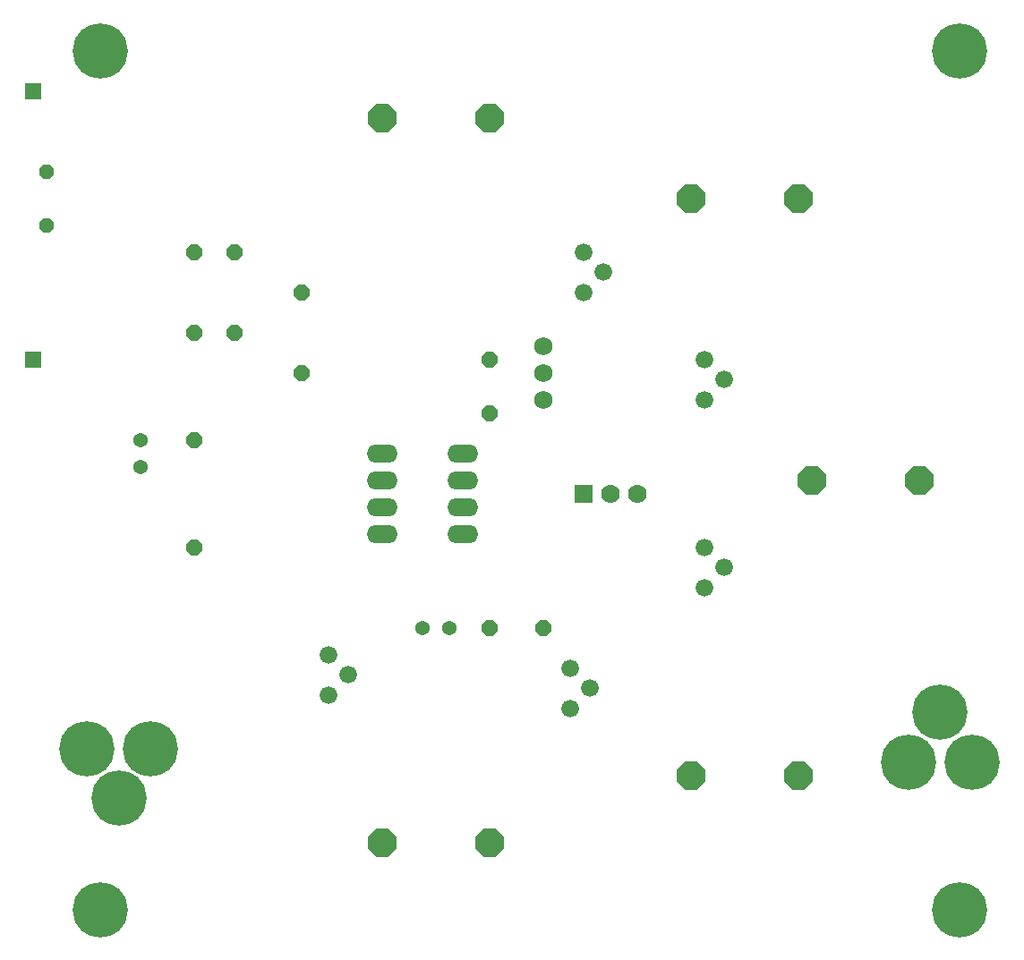
<source format=gbr>
G04 DesignSpark PCB Gerber Version 9.0 Build 5115 *
G04 #@! TF.Part,Single*
G04 #@! TF.FileFunction,Soldermask,Bot *
G04 #@! TF.FilePolarity,Negative *
%FSLAX35Y35*%
%MOIN*%
G04 #@! TA.AperFunction,ComponentPad*
%ADD119R,0.06200X0.06200*%
%ADD114R,0.07000X0.07000*%
G04 #@! TA.AperFunction,ViaPad*
%ADD95C,0.05400*%
G04 #@! TA.AperFunction,ComponentPad*
%ADD97C,0.06600*%
%ADD127C,0.06900*%
%ADD115C,0.07000*%
%ADD124O,0.11600X0.06600*%
%AMT117*0 Octagon Pad at angle 0*4,1,8,-0.01159,-0.02800,0.01159,-0.02800,0.02800,-0.01159,0.02800,0.01159,0.01159,0.02800,-0.01159,0.02800,-0.02800,0.01159,-0.02800,-0.01159,-0.01159,-0.02800,0*%
%ADD117T117*%
%AMT77*0 Octagon Pad at angle 0*4,1,8,-0.01200,-0.02900,0.01200,-0.02900,0.02900,-0.01200,0.02900,0.01200,0.01200,0.02900,-0.01200,0.02900,-0.02900,0.01200,-0.02900,-0.01200,-0.01200,-0.02900,0*%
%ADD77T77*%
G04 #@! TA.AperFunction,WasherPad*
%ADD113C,0.20600*%
G04 #@! TA.AperFunction,ComponentPad*
%AMT118*0 Octagon Pad at angle 0*4,1,8,-0.02195,-0.05300,0.02195,-0.05300,0.05300,-0.02195,0.05300,0.02195,0.02195,0.05300,-0.02195,0.05300,-0.05300,0.02195,-0.05300,-0.02195,-0.02195,-0.05300,0*%
%ADD118T118*%
X0Y0D02*
D02*
D77*
X75250Y175250D03*
Y215250D03*
Y255250D03*
Y285250D03*
X90250Y255250D03*
Y285250D03*
X115250Y240250D03*
Y270250D03*
X185250Y145250D03*
Y225250D03*
Y245250D03*
X205250Y145250D03*
D02*
D95*
X55250Y205250D03*
Y215250D03*
X160250Y145250D03*
X170250D03*
D02*
D97*
X125250Y120250D03*
Y135250D03*
X132750Y127750D03*
X215250Y115250D03*
Y130250D03*
X220250Y270250D03*
Y285250D03*
X222750Y122750D03*
X227750Y277750D03*
X265250Y160250D03*
Y175250D03*
Y230250D03*
Y245250D03*
X272750Y167750D03*
Y237750D03*
D02*
D113*
X35565Y100250D03*
X40250Y40250D03*
Y360250D03*
X47376Y81746D03*
X59187Y100250D03*
X341313Y95250D03*
X353124Y113754D03*
X360250Y40250D03*
Y360250D03*
X364935Y95250D03*
D02*
D114*
X220250Y195250D03*
D02*
D115*
X230250D03*
X240250D03*
D02*
D117*
X20250Y295250D03*
Y315250D03*
D02*
D118*
X145250Y65250D03*
Y335250D03*
X185250Y65250D03*
Y335250D03*
X260250Y90250D03*
Y305250D03*
X300250Y90250D03*
Y305250D03*
X305250Y200250D03*
X345250D03*
D02*
D119*
X15250Y245250D03*
Y345250D03*
D02*
D124*
X145250Y180250D03*
Y190250D03*
Y200250D03*
Y210250D03*
X175250Y180250D03*
Y190250D03*
Y200250D03*
Y210250D03*
D02*
D127*
X205250Y230250D03*
Y240250D03*
Y250250D03*
X0Y0D02*
M02*

</source>
